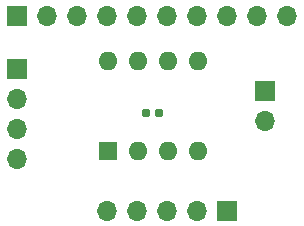
<source format=gbs>
%TF.GenerationSoftware,KiCad,Pcbnew,(6.0.10)*%
%TF.CreationDate,2023-01-30T00:47:35+02:00*%
%TF.ProjectId,Bomb,426f6d62-2e6b-4696-9361-645f70636258,rev?*%
%TF.SameCoordinates,Original*%
%TF.FileFunction,Soldermask,Bot*%
%TF.FilePolarity,Negative*%
%FSLAX46Y46*%
G04 Gerber Fmt 4.6, Leading zero omitted, Abs format (unit mm)*
G04 Created by KiCad (PCBNEW (6.0.10)) date 2023-01-30 00:47:35*
%MOMM*%
%LPD*%
G01*
G04 APERTURE LIST*
G04 Aperture macros list*
%AMRoundRect*
0 Rectangle with rounded corners*
0 $1 Rounding radius*
0 $2 $3 $4 $5 $6 $7 $8 $9 X,Y pos of 4 corners*
0 Add a 4 corners polygon primitive as box body*
4,1,4,$2,$3,$4,$5,$6,$7,$8,$9,$2,$3,0*
0 Add four circle primitives for the rounded corners*
1,1,$1+$1,$2,$3*
1,1,$1+$1,$4,$5*
1,1,$1+$1,$6,$7*
1,1,$1+$1,$8,$9*
0 Add four rect primitives between the rounded corners*
20,1,$1+$1,$2,$3,$4,$5,0*
20,1,$1+$1,$4,$5,$6,$7,0*
20,1,$1+$1,$6,$7,$8,$9,0*
20,1,$1+$1,$8,$9,$2,$3,0*%
G04 Aperture macros list end*
%ADD10R,1.700000X1.700000*%
%ADD11O,1.700000X1.700000*%
%ADD12R,1.600000X1.600000*%
%ADD13O,1.600000X1.600000*%
%ADD14RoundRect,0.155000X-0.212500X-0.155000X0.212500X-0.155000X0.212500X0.155000X-0.212500X0.155000X0*%
G04 APERTURE END LIST*
D10*
%TO.C,J1*%
X117780000Y-49200000D03*
D11*
X120320000Y-49200000D03*
X122860000Y-49200000D03*
X125400000Y-49200000D03*
X127940000Y-49200000D03*
X130480000Y-49200000D03*
X133020000Y-49200000D03*
X135560000Y-49200000D03*
X138100000Y-49200000D03*
X140640000Y-49200000D03*
%TD*%
D12*
%TO.C,U1*%
X125439261Y-60686243D03*
D13*
X127979261Y-60686243D03*
X130519261Y-60686243D03*
X133059261Y-60686243D03*
X133059261Y-53066243D03*
X130519261Y-53066243D03*
X127979261Y-53066243D03*
X125439261Y-53066243D03*
%TD*%
D10*
%TO.C,J2*%
X117780000Y-53707500D03*
D11*
X117780000Y-56247500D03*
X117780000Y-58787500D03*
X117780000Y-61327500D03*
%TD*%
D10*
%TO.C,J4*%
X135560000Y-65710000D03*
D11*
X133020000Y-65710000D03*
X130480000Y-65710000D03*
X127940000Y-65710000D03*
X125400000Y-65710000D03*
%TD*%
D10*
%TO.C,J3*%
X138735000Y-55550000D03*
D11*
X138735000Y-58090000D03*
%TD*%
D14*
%TO.C,C1*%
X128642500Y-57455000D03*
X129777500Y-57455000D03*
%TD*%
M02*

</source>
